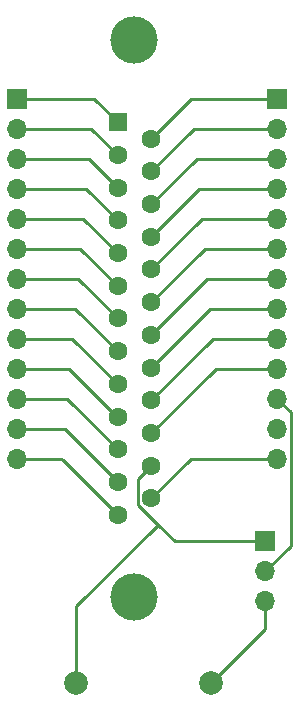
<source format=gbr>
%TF.GenerationSoftware,KiCad,Pcbnew,(5.1.8)-1*%
%TF.CreationDate,2023-02-27T06:27:53-05:00*%
%TF.ProjectId,nabu_export,6e616275-5f65-4787-906f-72742e6b6963,rev?*%
%TF.SameCoordinates,Original*%
%TF.FileFunction,Copper,L1,Top*%
%TF.FilePolarity,Positive*%
%FSLAX46Y46*%
G04 Gerber Fmt 4.6, Leading zero omitted, Abs format (unit mm)*
G04 Created by KiCad (PCBNEW (5.1.8)-1) date 2023-02-27 06:27:53*
%MOMM*%
%LPD*%
G01*
G04 APERTURE LIST*
%TA.AperFunction,ComponentPad*%
%ADD10C,4.000000*%
%TD*%
%TA.AperFunction,ComponentPad*%
%ADD11C,1.600000*%
%TD*%
%TA.AperFunction,ComponentPad*%
%ADD12R,1.600000X1.600000*%
%TD*%
%TA.AperFunction,ComponentPad*%
%ADD13O,1.700000X1.700000*%
%TD*%
%TA.AperFunction,ComponentPad*%
%ADD14R,1.700000X1.700000*%
%TD*%
%TA.AperFunction,ComponentPad*%
%ADD15C,2.000000*%
%TD*%
%TA.AperFunction,Conductor*%
%ADD16C,0.250000*%
%TD*%
G04 APERTURE END LIST*
D10*
%TO.P,JOUT1,0*%
%TO.N,Net-(JOUT1-Pad0)*%
X122920000Y-50570000D03*
X122920000Y-97670000D03*
D11*
%TO.P,JOUT1,25*%
%TO.N,GROUND_1*%
X124340000Y-89355000D03*
%TO.P,JOUT1,24*%
%TO.N,+5V_1*%
X124340000Y-86585000D03*
%TO.P,JOUT1,23*%
%TO.N,DATA_7*%
X124340000Y-83815000D03*
%TO.P,JOUT1,22*%
%TO.N,DATA_6*%
X124340000Y-81045000D03*
%TO.P,JOUT1,21*%
%TO.N,DATA_5*%
X124340000Y-78275000D03*
%TO.P,JOUT1,20*%
%TO.N,DATA_4*%
X124340000Y-75505000D03*
%TO.P,JOUT1,19*%
%TO.N,DATA_3*%
X124340000Y-72735000D03*
%TO.P,JOUT1,18*%
%TO.N,DATA_2*%
X124340000Y-69965000D03*
%TO.P,JOUT1,17*%
%TO.N,DATA_1*%
X124340000Y-67195000D03*
%TO.P,JOUT1,16*%
%TO.N,DATA_0*%
X124340000Y-64425000D03*
%TO.P,JOUT1,15*%
%TO.N,RESET*%
X124340000Y-61655000D03*
%TO.P,JOUT1,14*%
%TO.N,WAIT_REQUEST*%
X124340000Y-58885000D03*
%TO.P,JOUT1,13*%
%TO.N,IO_REQUEST*%
X121500000Y-90740000D03*
%TO.P,JOUT1,12*%
%TO.N,READ*%
X121500000Y-87970000D03*
%TO.P,JOUT1,11*%
%TO.N,WRITE*%
X121500000Y-85200000D03*
%TO.P,JOUT1,10*%
%TO.N,1.79MhzClock*%
X121500000Y-82430000D03*
%TO.P,JOUT1,9*%
%TO.N,ADDRESS_3*%
X121500000Y-79660000D03*
%TO.P,JOUT1,8*%
%TO.N,ADDRESS_2*%
X121500000Y-76890000D03*
%TO.P,JOUT1,7*%
%TO.N,ADDRESS_1*%
X121500000Y-74120000D03*
%TO.P,JOUT1,6*%
%TO.N,ADDRESS_0*%
X121500000Y-71350000D03*
%TO.P,JOUT1,5*%
%TO.N,CARD_SELECT*%
X121500000Y-68580000D03*
%TO.P,JOUT1,4*%
%TO.N,AUDIO*%
X121500000Y-65810000D03*
%TO.P,JOUT1,3*%
%TO.N,3.58MhzClock*%
X121500000Y-63040000D03*
%TO.P,JOUT1,2*%
%TO.N,INTERRUPT_ACKNOWLEDGE*%
X121500000Y-60270000D03*
D12*
%TO.P,JOUT1,1*%
%TO.N,INTERRUPT_REQUEST*%
X121500000Y-57500000D03*
%TD*%
D13*
%TO.P,JOP2,13*%
%TO.N,GROUND_1*%
X135000000Y-85980000D03*
%TO.P,JOP2,12*%
%TO.N,+5V_2_UNCONNECTED*%
X135000000Y-83440000D03*
%TO.P,JOP2,11*%
%TO.N,Net-(JFUSE1-Pad2)*%
X135000000Y-80900000D03*
%TO.P,JOP2,10*%
%TO.N,DATA_7*%
X135000000Y-78360000D03*
%TO.P,JOP2,9*%
%TO.N,DATA_6*%
X135000000Y-75820000D03*
%TO.P,JOP2,8*%
%TO.N,DATA_5*%
X135000000Y-73280000D03*
%TO.P,JOP2,7*%
%TO.N,DATA_4*%
X135000000Y-70740000D03*
%TO.P,JOP2,6*%
%TO.N,DATA_3*%
X135000000Y-68200000D03*
%TO.P,JOP2,5*%
%TO.N,DATA_2*%
X135000000Y-65660000D03*
%TO.P,JOP2,4*%
%TO.N,DATA_1*%
X135000000Y-63120000D03*
%TO.P,JOP2,3*%
%TO.N,DATA_0*%
X135000000Y-60580000D03*
%TO.P,JOP2,2*%
%TO.N,RESET*%
X135000000Y-58040000D03*
D14*
%TO.P,JOP2,1*%
%TO.N,WAIT_REQUEST*%
X135000000Y-55500000D03*
%TD*%
D13*
%TO.P,JOP1,13*%
%TO.N,IO_REQUEST*%
X113000000Y-85980000D03*
%TO.P,JOP1,12*%
%TO.N,READ*%
X113000000Y-83440000D03*
%TO.P,JOP1,11*%
%TO.N,WRITE*%
X113000000Y-80900000D03*
%TO.P,JOP1,10*%
%TO.N,1.79MhzClock*%
X113000000Y-78360000D03*
%TO.P,JOP1,9*%
%TO.N,ADDRESS_3*%
X113000000Y-75820000D03*
%TO.P,JOP1,8*%
%TO.N,ADDRESS_2*%
X113000000Y-73280000D03*
%TO.P,JOP1,7*%
%TO.N,ADDRESS_1*%
X113000000Y-70740000D03*
%TO.P,JOP1,6*%
%TO.N,ADDRESS_0*%
X113000000Y-68200000D03*
%TO.P,JOP1,5*%
%TO.N,CARD_SELECT*%
X113000000Y-65660000D03*
%TO.P,JOP1,4*%
%TO.N,AUDIO*%
X113000000Y-63120000D03*
%TO.P,JOP1,3*%
%TO.N,3.58MhzClock*%
X113000000Y-60580000D03*
%TO.P,JOP1,2*%
%TO.N,INTERRUPT_ACKNOWLEDGE*%
X113000000Y-58040000D03*
D14*
%TO.P,JOP1,1*%
%TO.N,INTERRUPT_REQUEST*%
X113000000Y-55500000D03*
%TD*%
D13*
%TO.P,JFUSE1,3*%
%TO.N,Net-(F5VF1-Pad2)*%
X134000000Y-98080000D03*
%TO.P,JFUSE1,2*%
%TO.N,Net-(JFUSE1-Pad2)*%
X134000000Y-95540000D03*
D14*
%TO.P,JFUSE1,1*%
%TO.N,+5V_1*%
X134000000Y-93000000D03*
%TD*%
D15*
%TO.P,F5VF1,2*%
%TO.N,Net-(F5VF1-Pad2)*%
X129400000Y-105000000D03*
%TO.P,F5VF1,1*%
%TO.N,+5V_1*%
X118000000Y-105000000D03*
%TD*%
D16*
%TO.N,GROUND_1*%
X127715000Y-85980000D02*
X124340000Y-89355000D01*
X135000000Y-85980000D02*
X127715000Y-85980000D01*
%TO.N,+5V_1*%
X123214999Y-87710001D02*
X124340000Y-86585000D01*
X123214999Y-89895001D02*
X123214999Y-87710001D01*
X134000000Y-93000000D02*
X126319998Y-93000000D01*
X118000000Y-98500000D02*
X124909999Y-91590001D01*
X118000000Y-105000000D02*
X118000000Y-98500000D01*
X124909999Y-91590001D02*
X123214999Y-89895001D01*
X126319998Y-93000000D02*
X124909999Y-91590001D01*
%TO.N,DATA_7*%
X129795000Y-78360000D02*
X124340000Y-83815000D01*
X135000000Y-78360000D02*
X129795000Y-78360000D01*
%TO.N,DATA_6*%
X129565000Y-75820000D02*
X124340000Y-81045000D01*
X135000000Y-75820000D02*
X129565000Y-75820000D01*
%TO.N,DATA_5*%
X129335000Y-73280000D02*
X124340000Y-78275000D01*
X135000000Y-73280000D02*
X129335000Y-73280000D01*
%TO.N,DATA_4*%
X129105000Y-70740000D02*
X124340000Y-75505000D01*
X135000000Y-70740000D02*
X129105000Y-70740000D01*
%TO.N,DATA_3*%
X128875000Y-68200000D02*
X124340000Y-72735000D01*
X135000000Y-68200000D02*
X128875000Y-68200000D01*
%TO.N,DATA_2*%
X128645000Y-65660000D02*
X124340000Y-69965000D01*
X135000000Y-65660000D02*
X128645000Y-65660000D01*
%TO.N,DATA_1*%
X128415000Y-63120000D02*
X124340000Y-67195000D01*
X135000000Y-63120000D02*
X128415000Y-63120000D01*
%TO.N,DATA_0*%
X128185000Y-60580000D02*
X124340000Y-64425000D01*
X135000000Y-60580000D02*
X128185000Y-60580000D01*
%TO.N,RESET*%
X127955000Y-58040000D02*
X124340000Y-61655000D01*
X135000000Y-58040000D02*
X127955000Y-58040000D01*
%TO.N,WAIT_REQUEST*%
X127725000Y-55500000D02*
X124340000Y-58885000D01*
X135000000Y-55500000D02*
X127725000Y-55500000D01*
%TO.N,IO_REQUEST*%
X116740000Y-85980000D02*
X116880000Y-86120000D01*
X113000000Y-85980000D02*
X116740000Y-85980000D01*
X116880000Y-86120000D02*
X121500000Y-90740000D01*
%TO.N,READ*%
X116970000Y-83440000D02*
X117015000Y-83485000D01*
X113000000Y-83440000D02*
X116970000Y-83440000D01*
X117015000Y-83485000D02*
X121500000Y-87970000D01*
%TO.N,WRITE*%
X117200000Y-80900000D02*
X121500000Y-85200000D01*
X113000000Y-80900000D02*
X117200000Y-80900000D01*
%TO.N,1.79MhzClock*%
X121430000Y-82430000D02*
X121500000Y-82430000D01*
X117360000Y-78360000D02*
X121430000Y-82430000D01*
X117360000Y-78360000D02*
X113000000Y-78360000D01*
%TO.N,ADDRESS_3*%
X117660000Y-75820000D02*
X121500000Y-79660000D01*
X117660000Y-75820000D02*
X113000000Y-75820000D01*
%TO.N,ADDRESS_2*%
X117890000Y-73280000D02*
X121500000Y-76890000D01*
X117890000Y-73280000D02*
X113000000Y-73280000D01*
%TO.N,ADDRESS_1*%
X118120000Y-70740000D02*
X121500000Y-74120000D01*
X118120000Y-70740000D02*
X113000000Y-70740000D01*
%TO.N,ADDRESS_0*%
X118350000Y-68200000D02*
X121500000Y-71350000D01*
X118350000Y-68200000D02*
X113000000Y-68200000D01*
%TO.N,CARD_SELECT*%
X118580000Y-65660000D02*
X121500000Y-68580000D01*
X118580000Y-65660000D02*
X113000000Y-65660000D01*
%TO.N,AUDIO*%
X118810000Y-63120000D02*
X121500000Y-65810000D01*
X113000000Y-63120000D02*
X118880000Y-63120000D01*
%TO.N,3.58MhzClock*%
X119040000Y-60580000D02*
X121500000Y-63040000D01*
X113000000Y-60580000D02*
X119040000Y-60580000D01*
%TO.N,INTERRUPT_ACKNOWLEDGE*%
X119270000Y-58040000D02*
X121500000Y-60270000D01*
X113000000Y-58040000D02*
X119270000Y-58040000D01*
%TO.N,INTERRUPT_REQUEST*%
X119500000Y-55500000D02*
X121500000Y-57500000D01*
X119500000Y-55500000D02*
X113000000Y-55500000D01*
%TO.N,Net-(JFUSE1-Pad2)*%
X136175001Y-93364999D02*
X134000000Y-95540000D01*
X136175001Y-82075001D02*
X136175001Y-93364999D01*
X135000000Y-80900000D02*
X136175001Y-82075001D01*
%TO.N,Net-(F5VF1-Pad2)*%
X134000000Y-100400000D02*
X129400000Y-105000000D01*
X134000000Y-98080000D02*
X134000000Y-100400000D01*
%TD*%
M02*

</source>
